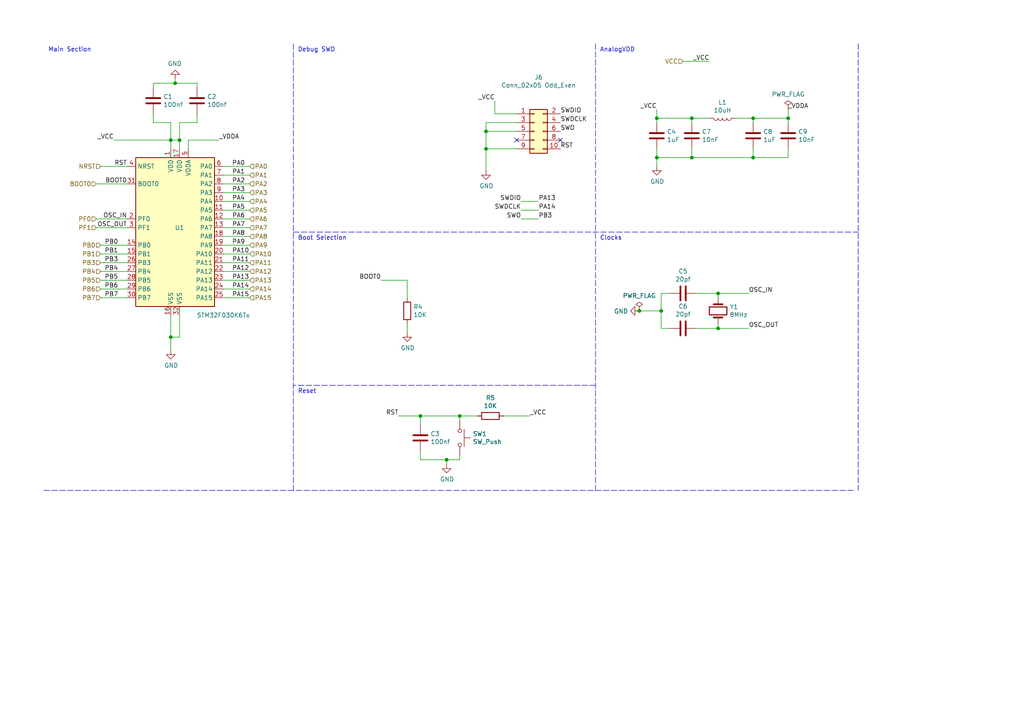
<source format=kicad_sch>
(kicad_sch (version 20211123) (generator eeschema)
  (paper "A4")
  (title_block (title "DCC Decoder Turnout") (date "2022-07-04") (rev "0.4.1"))
  (lib_symbols
    (symbol "Connector_Generic:Conn_02x05_Odd_Even" (pin_names (offset 1.016) hide)
      (property "Reference" "J" (at 1.27 7.62 0))
      (property "Value" "Conn_02x05_Odd_Even" (at 1.27 -7.62 0))
      (symbol "Conn_02x05_Odd_Even_1_1"
        (rectangle (start -1.27 -4.953) (end 0 -5.207) (stroke (width 0.1524)))
        (rectangle (start -1.27 -2.413) (end 0 -2.667) (stroke (width 0.1524)))
        (rectangle (start -1.27 0.127) (end 0 -0.127) (stroke (width 0.1524)))
        (rectangle (start -1.27 2.667) (end 0 2.413) (stroke (width 0.1524)))
        (rectangle (start -1.27 5.207) (end 0 4.953) (stroke (width 0.1524)))
        (rectangle (start -1.27 6.35) (end 3.81 -6.35) (stroke (width 0.254)) (fill (type background)))
        (rectangle (start 3.81 -4.953) (end 2.54 -5.207) (stroke (width 0.1524)))
        (rectangle (start 3.81 -2.413) (end 2.54 -2.667) (stroke (width 0.1524)))
        (rectangle (start 3.81 0.127) (end 2.54 -0.127) (stroke (width 0.1524)))
        (rectangle (start 3.81 2.667) (end 2.54 2.413) (stroke (width 0.1524)))
        (rectangle (start 3.81 5.207) (end 2.54 4.953) (stroke (width 0.1524)))
        (pin passive line (at -5.08 5.08 0) (length 3.81) (name "Pin_1") (number "1"))
        (pin passive line (at 7.62 -5.08 180) (length 3.81) (name "Pin_10") (number "10"))
        (pin passive line (at 7.62 5.08 180) (length 3.81) (name "Pin_2") (number "2"))
        (pin passive line (at -5.08 2.54 0) (length 3.81) (name "Pin_3") (number "3"))
        (pin passive line (at 7.62 2.54 180) (length 3.81) (name "Pin_4") (number "4"))
        (pin passive line (at -5.08 0 0) (length 3.81) (name "Pin_5") (number "5"))
        (pin passive line (at 7.62 0 180) (length 3.81) (name "Pin_6") (number "6"))
        (pin passive line (at -5.08 -2.54 0) (length 3.81) (name "Pin_7") (number "7"))
        (pin passive line (at 7.62 -2.54 180) (length 3.81) (name "Pin_8") (number "8"))
        (pin passive line (at -5.08 -5.08 0) (length 3.81) (name "Pin_9") (number "9"))
      )
    )
    (symbol "Device:C" (pin_numbers hide) (pin_names (offset 0.254))
      (property "Reference" "C" (at 0.635 2.54 0))
      (property "Value" "C" (at 0.635 -2.54 0))
      (symbol "C_0_1"
        (polyline (pts (xy -2.032 -0.762) (xy 2.032 -0.762)) (stroke (width 0.508)))
        (polyline (pts (xy -2.032 0.762) (xy 2.032 0.762)) (stroke (width 0.508)))
      )
      (symbol "C_1_1"
        (pin passive line (at 0 3.81 270) (length 2.794) (name "~") (number "1"))
        (pin passive line (at 0 -3.81 90) (length 2.794) (name "~") (number "2"))
      )
    )
    (symbol "Device:Crystal" (pin_numbers hide) (pin_names (offset 1.016) hide)
      (property "Reference" "Y" (at 0 3.81 0))
      (property "Value" "Crystal" (at 0 -3.81 0))
      (symbol "Crystal_0_1"
        (rectangle (start -1.143 2.54) (end 1.143 -2.54) (stroke (width 0.3048)))
        (polyline (pts (xy -2.54 0) (xy -1.905 0)))
        (polyline (pts (xy -1.905 -1.27) (xy -1.905 1.27)) (stroke (width 0.508)))
        (polyline (pts (xy 1.905 -1.27) (xy 1.905 1.27)) (stroke (width 0.508)))
        (polyline (pts (xy 2.54 0) (xy 1.905 0)))
      )
      (symbol "Crystal_1_1"
        (pin passive line (at -3.81 0 0) (length 1.27) (name "1") (number "1"))
        (pin passive line (at 3.81 0 180) (length 1.27) (name "2") (number "2"))
      )
    )
    (symbol "Device:L" (pin_numbers hide) (pin_names (offset 1.016) hide)
      (property "Reference" "L" (at -1.27 0 90))
      (property "Value" "L" (at 1.905 0 90))
      (symbol "L_0_1"
        (arc (start 0 -2.54) (mid 0.635 -1.905) (end 0 -1.27))
        (arc (start 0 -1.27) (mid 0.635 -0.635) (end 0 0))
        (arc (start 0 0) (mid 0.635 0.635) (end 0 1.27))
        (arc (start 0 1.27) (mid 0.635 1.905) (end 0 2.54))
      )
      (symbol "L_1_1"
        (pin passive line (at 0 3.81 270) (length 1.27) (name "1") (number "1"))
        (pin passive line (at 0 -3.81 90) (length 1.27) (name "2") (number "2"))
      )
    )
    (symbol "Device:R" (pin_numbers hide) (pin_names (offset 0))
      (property "Reference" "R" (at 2.032 0 90))
      (property "Value" "R" (at 0 0 90))
      (symbol "R_0_1"
        (rectangle (start -1.016 -2.54) (end 1.016 2.54) (stroke (width 0.254)))
      )
      (symbol "R_1_1"
        (pin passive line (at 0 3.81 270) (length 1.27) (name "~") (number "1"))
        (pin passive line (at 0 -3.81 90) (length 1.27) (name "~") (number "2"))
      )
    )
    (symbol "MCU_ST_STM32F0:STM32F030K6Tx"
      (property "Reference" "U" (at -12.7 21.59 0))
      (property "Value" "STM32F030K6Tx" (at 5.08 21.59 0))
      (symbol "STM32F030K6Tx_0_1"
        (rectangle (start -12.7 -22.86) (end 10.16 20.32) (stroke (width 0.254)) (fill (type background)))
      )
      (symbol "STM32F030K6Tx_1_1"
        (pin power_in line (at -2.54 22.86 270) (length 2.54) (name "VDD") (number "1"))
        (pin bidirectional line (at 12.7 7.62 180) (length 2.54) (name "PA4") (number "10"))
        (pin bidirectional line (at 12.7 5.08 180) (length 2.54) (name "PA5") (number "11"))
        (pin bidirectional line (at 12.7 2.54 180) (length 2.54) (name "PA6") (number "12"))
        (pin bidirectional line (at 12.7 0 180) (length 2.54) (name "PA7") (number "13"))
        (pin bidirectional line (at -15.24 -5.08 0) (length 2.54) (name "PB0") (number "14"))
        (pin bidirectional line (at -15.24 -7.62 0) (length 2.54) (name "PB1") (number "15"))
        (pin power_in line (at -2.54 -25.4 90) (length 2.54) (name "VSS") (number "16"))
        (pin power_in line (at 0 22.86 270) (length 2.54) (name "VDD") (number "17"))
        (pin bidirectional line (at 12.7 -2.54 180) (length 2.54) (name "PA8") (number "18"))
        (pin bidirectional line (at 12.7 -5.08 180) (length 2.54) (name "PA9") (number "19"))
        (pin input line (at -15.24 2.54 0) (length 2.54) (name "PF0") (number "2"))
        (pin bidirectional line (at 12.7 -7.62 180) (length 2.54) (name "PA10") (number "20"))
        (pin bidirectional line (at 12.7 -10.16 180) (length 2.54) (name "PA11") (number "21"))
        (pin bidirectional line (at 12.7 -12.7 180) (length 2.54) (name "PA12") (number "22"))
        (pin bidirectional line (at 12.7 -15.24 180) (length 2.54) (name "PA13") (number "23"))
        (pin bidirectional line (at 12.7 -17.78 180) (length 2.54) (name "PA14") (number "24"))
        (pin bidirectional line (at 12.7 -20.32 180) (length 2.54) (name "PA15") (number "25"))
        (pin bidirectional line (at -15.24 -10.16 0) (length 2.54) (name "PB3") (number "26"))
        (pin bidirectional line (at -15.24 -12.7 0) (length 2.54) (name "PB4") (number "27"))
        (pin bidirectional line (at -15.24 -15.24 0) (length 2.54) (name "PB5") (number "28"))
        (pin bidirectional line (at -15.24 -17.78 0) (length 2.54) (name "PB6") (number "29"))
        (pin input line (at -15.24 0 0) (length 2.54) (name "PF1") (number "3"))
        (pin bidirectional line (at -15.24 -20.32 0) (length 2.54) (name "PB7") (number "30"))
        (pin input line (at -15.24 12.7 0) (length 2.54) (name "BOOT0") (number "31"))
        (pin power_in line (at 0 -25.4 90) (length 2.54) (name "VSS") (number "32"))
        (pin input line (at -15.24 17.78 0) (length 2.54) (name "NRST") (number "4"))
        (pin power_in line (at 2.54 22.86 270) (length 2.54) (name "VDDA") (number "5"))
        (pin bidirectional line (at 12.7 17.78 180) (length 2.54) (name "PA0") (number "6"))
        (pin bidirectional line (at 12.7 15.24 180) (length 2.54) (name "PA1") (number "7"))
        (pin bidirectional line (at 12.7 12.7 180) (length 2.54) (name "PA2") (number "8"))
        (pin bidirectional line (at 12.7 10.16 180) (length 2.54) (name "PA3") (number "9"))
      )
    )
    (symbol "Switch:SW_Push" (pin_numbers hide) (pin_names (offset 1.016) hide)
      (property "Reference" "SW" (at 1.27 2.54 0))
      (property "Value" "SW_Push" (at 0 -1.524 0))
      (symbol "SW_Push_0_1"
        (circle (center -2.032 0) (radius 0.508))
        (polyline (pts (xy 0 1.27) (xy 0 3.048)))
        (polyline (pts (xy 2.54 1.27) (xy -2.54 1.27)))
        (circle (center 2.032 0) (radius 0.508))
        (pin passive line (at -5.08 0 0) (length 2.54) (name "1") (number "1"))
        (pin passive line (at 5.08 0 180) (length 2.54) (name "2") (number "2"))
      )
    )
    (symbol "power:GND" (power) (pin_names (offset 0))
      (property "Value" "GND" (at 0 -3.81 0))
      (symbol "GND_0_1"
        (polyline (pts (xy 0 0) (xy 0 -1.27) (xy 1.27 -1.27) (xy 0 -2.54) (xy -1.27 -1.27) (xy 0 -1.27)))
      )
      (symbol "GND_1_1"
        (pin power_in line (at 0 0 270) (length 0) hide (name "GND") (number "1"))
      )
    )
    (symbol "power:PWR_FLAG" (power) (pin_numbers hide) (pin_names (offset 0) hide)
      (property "Value" "PWR_FLAG" (at 0 3.81 0))
      (symbol "PWR_FLAG_0_0"
        (pin power_out line (at 0 0 90) (length 0) (name "pwr") (number "1"))
      )
      (symbol "PWR_FLAG_0_1"
        (polyline (pts (xy 0 0) (xy 0 1.27) (xy -1.016 1.905) (xy 0 2.54) (xy 1.016 1.905) (xy 0 1.27)))
      )
    )
  )
  (junction (at 208.28 85.09))
  (junction (at 190.5 45.72))
  (junction (at 49.53 40.64))
  (junction (at 185.42 90.17))
  (junction (at 140.97 43.18))
  (junction (at 200.66 45.72))
  (junction (at 129.54 133.35))
  (junction (at 49.53 97.79))
  (junction (at 121.92 120.65))
  (junction (at 190.5 34.29))
  (junction (at 133.35 120.65))
  (junction (at 50.8 24.13))
  (junction (at 52.07 40.64))
  (junction (at 191.77 90.17))
  (junction (at 140.97 38.1))
  (junction (at 218.44 45.72))
  (junction (at 228.6 34.29))
  (junction (at 218.44 34.29))
  (junction (at 200.66 34.29))
  (junction (at 208.28 95.25))
  (no_connect (at 149.86 40.64))
  (no_connect (at 162.56 40.64))
  (wire (pts (xy 140.97 43.18) (xy 140.97 49.53)))
  (wire (pts (xy 228.6 45.72) (xy 228.6 43.18)))
  (wire (pts (xy 208.28 85.09) (xy 208.28 86.36)))
  (wire (pts (xy 64.77 63.5) (xy 72.39 63.5)))
  (polyline (pts (xy 172.72 111.76) (xy 85.09 111.76)))
  (wire (pts (xy 208.28 95.25) (xy 217.17 95.25)))
  (wire (pts (xy 185.42 90.17) (xy 191.77 90.17)))
  (wire (pts (xy 190.5 31.75) (xy 190.5 34.29)))
  (wire (pts (xy 190.5 45.72) (xy 200.66 45.72)))
  (wire (pts (xy 205.74 17.78) (xy 198.12 17.78)))
  (wire (pts (xy 29.21 48.26) (xy 36.83 48.26)))
  (wire (pts (xy 64.77 48.26) (xy 72.39 48.26)))
  (wire (pts (xy 57.15 33.02) (xy 57.15 35.56)))
  (wire (pts (xy 118.11 96.52) (xy 118.11 93.98)))
  (wire (pts (xy 36.83 81.28) (xy 29.21 81.28)))
  (wire (pts (xy 115.57 120.65) (xy 121.92 120.65)))
  (wire (pts (xy 143.51 29.21) (xy 143.51 33.02)))
  (wire (pts (xy 190.5 43.18) (xy 190.5 45.72)))
  (wire (pts (xy 151.13 63.5) (xy 156.21 63.5)))
  (wire (pts (xy 200.66 45.72) (xy 218.44 45.72)))
  (wire (pts (xy 63.5 40.64) (xy 54.61 40.64)))
  (wire (pts (xy 121.92 120.65) (xy 133.35 120.65)))
  (wire (pts (xy 133.35 133.35) (xy 129.54 133.35)))
  (wire (pts (xy 33.02 40.64) (xy 49.53 40.64)))
  (wire (pts (xy 200.66 35.56) (xy 200.66 34.29)))
  (polyline (pts (xy 12.7 142.24) (xy 247.65 142.24)))
  (wire (pts (xy 140.97 35.56) (xy 140.97 38.1)))
  (wire (pts (xy 149.86 43.18) (xy 140.97 43.18)))
  (wire (pts (xy 110.49 81.28) (xy 118.11 81.28)))
  (wire (pts (xy 191.77 85.09) (xy 191.77 90.17)))
  (wire (pts (xy 153.67 120.65) (xy 146.05 120.65)))
  (wire (pts (xy 218.44 45.72) (xy 228.6 45.72)))
  (wire (pts (xy 213.36 34.29) (xy 218.44 34.29)))
  (wire (pts (xy 190.5 35.56) (xy 190.5 34.29)))
  (polyline (pts (xy 248.92 12.7) (xy 248.92 142.24)))
  (wire (pts (xy 156.21 60.96) (xy 151.13 60.96)))
  (wire (pts (xy 44.45 25.4) (xy 44.45 24.13)))
  (wire (pts (xy 27.94 63.5) (xy 36.83 63.5)))
  (wire (pts (xy 64.77 73.66) (xy 72.39 73.66)))
  (wire (pts (xy 191.77 90.17) (xy 191.77 95.25)))
  (wire (pts (xy 149.86 38.1) (xy 140.97 38.1)))
  (wire (pts (xy 64.77 58.42) (xy 72.39 58.42)))
  (wire (pts (xy 140.97 35.56) (xy 149.86 35.56)))
  (wire (pts (xy 208.28 95.25) (xy 201.93 95.25)))
  (wire (pts (xy 52.07 97.79) (xy 49.53 97.79)))
  (wire (pts (xy 29.21 83.82) (xy 36.83 83.82)))
  (wire (pts (xy 44.45 35.56) (xy 44.45 33.02)))
  (wire (pts (xy 57.15 25.4) (xy 57.15 24.13)))
  (wire (pts (xy 140.97 38.1) (xy 140.97 43.18)))
  (wire (pts (xy 52.07 91.44) (xy 52.07 97.79)))
  (wire (pts (xy 64.77 60.96) (xy 72.39 60.96)))
  (wire (pts (xy 218.44 34.29) (xy 228.6 34.29)))
  (wire (pts (xy 200.66 43.18) (xy 200.66 45.72)))
  (wire (pts (xy 50.8 24.13) (xy 50.8 22.86)))
  (wire (pts (xy 54.61 40.64) (xy 54.61 43.18)))
  (wire (pts (xy 49.53 91.44) (xy 49.53 97.79)))
  (wire (pts (xy 133.35 132.08) (xy 133.35 133.35)))
  (wire (pts (xy 49.53 35.56) (xy 49.53 40.64)))
  (wire (pts (xy 64.77 86.36) (xy 72.39 86.36)))
  (wire (pts (xy 121.92 123.19) (xy 121.92 120.65)))
  (wire (pts (xy 228.6 31.75) (xy 228.6 34.29)))
  (wire (pts (xy 29.21 78.74) (xy 36.83 78.74)))
  (wire (pts (xy 57.15 24.13) (xy 50.8 24.13)))
  (wire (pts (xy 49.53 97.79) (xy 49.53 101.6)))
  (wire (pts (xy 64.77 83.82) (xy 72.39 83.82)))
  (wire (pts (xy 190.5 34.29) (xy 200.66 34.29)))
  (wire (pts (xy 64.77 71.12) (xy 72.39 71.12)))
  (wire (pts (xy 200.66 34.29) (xy 205.74 34.29)))
  (wire (pts (xy 133.35 120.65) (xy 133.35 121.92)))
  (wire (pts (xy 49.53 43.18) (xy 49.53 40.64)))
  (wire (pts (xy 36.83 76.2) (xy 29.21 76.2)))
  (wire (pts (xy 190.5 48.26) (xy 190.5 45.72)))
  (polyline (pts (xy 172.72 12.7) (xy 172.72 142.24)))
  (wire (pts (xy 64.77 68.58) (xy 72.39 68.58)))
  (wire (pts (xy 64.77 76.2) (xy 72.39 76.2)))
  (wire (pts (xy 228.6 34.29) (xy 228.6 35.56)))
  (wire (pts (xy 49.53 35.56) (xy 44.45 35.56)))
  (wire (pts (xy 121.92 130.81) (xy 121.92 133.35)))
  (wire (pts (xy 129.54 133.35) (xy 129.54 134.62)))
  (wire (pts (xy 208.28 85.09) (xy 217.17 85.09)))
  (polyline (pts (xy 85.09 67.31) (xy 248.92 67.31)))
  (polyline (pts (xy 85.09 12.7) (xy 85.09 142.24)))
  (wire (pts (xy 201.93 85.09) (xy 208.28 85.09)))
  (wire (pts (xy 208.28 93.98) (xy 208.28 95.25)))
  (wire (pts (xy 52.07 40.64) (xy 52.07 43.18)))
  (wire (pts (xy 36.83 86.36) (xy 29.21 86.36)))
  (wire (pts (xy 36.83 73.66) (xy 29.21 73.66)))
  (wire (pts (xy 218.44 35.56) (xy 218.44 34.29)))
  (wire (pts (xy 64.77 50.8) (xy 72.39 50.8)))
  (wire (pts (xy 118.11 81.28) (xy 118.11 86.36)))
  (wire (pts (xy 57.15 35.56) (xy 52.07 35.56)))
  (wire (pts (xy 27.94 53.34) (xy 36.83 53.34)))
  (wire (pts (xy 151.13 58.42) (xy 156.21 58.42)))
  (wire (pts (xy 52.07 35.56) (xy 52.07 40.64)))
  (wire (pts (xy 194.31 85.09) (xy 191.77 85.09)))
  (wire (pts (xy 64.77 78.74) (xy 72.39 78.74)))
  (wire (pts (xy 218.44 43.18) (xy 218.44 45.72)))
  (wire (pts (xy 121.92 133.35) (xy 129.54 133.35)))
  (wire (pts (xy 64.77 66.04) (xy 72.39 66.04)))
  (wire (pts (xy 64.77 55.88) (xy 72.39 55.88)))
  (wire (pts (xy 191.77 95.25) (xy 194.31 95.25)))
  (wire (pts (xy 29.21 71.12) (xy 36.83 71.12)))
  (wire (pts (xy 27.94 66.04) (xy 36.83 66.04)))
  (wire (pts (xy 64.77 81.28) (xy 72.39 81.28)))
  (wire (pts (xy 64.77 53.34) (xy 72.39 53.34)))
  (wire (pts (xy 138.43 120.65) (xy 133.35 120.65)))
  (wire (pts (xy 143.51 33.02) (xy 149.86 33.02)))
  (wire (pts (xy 49.53 40.64) (xy 52.07 40.64)))
  (wire (pts (xy 44.45 24.13) (xy 50.8 24.13)))
  (text "Reset" (at 86.36 114.3 0) (effects (font (size 1.27 1.27)) (justify left bottom)))
  (text "Debug SWD" (at 86.36 15.24 0) (effects (font (size 1.27 1.27)) (justify left bottom)))
  (text "Boot Selection" (at 86.36 69.85 0) (effects (font (size 1.27 1.27)) (justify left bottom)))
  (text "Main Section" (at 13.97 15.24 0) (effects (font (size 1.27 1.27)) (justify left bottom)))
  (text "Clocks" (at 173.99 69.85 0) (effects (font (size 1.27 1.27)) (justify left bottom)))
  (text "AnalogVDD" (at 173.99 15.24 0) (effects (font (size 1.27 1.27)) (justify left bottom)))
  (label "PA15" (at 67.31 86.36 0))
  (label "PA2" (at 67.31 53.34 0))
  (label "SWDCLK" (at 162.56 35.56 0))
  (label "PA13" (at 67.31 81.28 0))
  (label "_VCC" (at 205.74 17.78 180))
  (label "PA12" (at 67.31 78.74 0))
  (label "PA11" (at 67.31 76.2 0))
  (label "SWO" (at 151.13 63.5 180))
  (label "PA8" (at 67.31 68.58 0))
  (label "PB3" (at 156.21 63.5 0))
  (label "SWDIO" (at 151.13 58.42 180))
  (label "OSC_IN" (at 217.17 85.09 0))
  (label "PA9" (at 67.31 71.12 0))
  (label "PA6" (at 67.31 63.5 0))
  (label "PA14" (at 67.31 83.82 0))
  (label "SWDIO" (at 162.56 33.02 0))
  (label "RST" (at 36.83 48.26 180))
  (label "PB6" (at 34.29 83.82 180))
  (label "SWO" (at 162.56 38.1 0))
  (label "OSC_OUT" (at 36.83 66.04 180))
  (label "PA4" (at 67.31 58.42 0))
  (label "PA3" (at 67.31 55.88 0))
  (label "_VCC" (at 153.67 120.65 0))
  (label "_VDDA" (at 63.5 40.64 0))
  (label "PA14" (at 156.21 60.96 0))
  (label "PB0" (at 34.29 71.12 180))
  (label "_VCC" (at 190.5 31.75 180))
  (label "PA5" (at 67.31 60.96 0))
  (label "BOOT0" (at 36.83 53.34 180))
  (label "BOOT0" (at 110.49 81.28 180))
  (label "OSC_OUT" (at 217.17 95.25 0))
  (label "RST" (at 162.56 43.18 0))
  (label "PA0" (at 67.31 48.26 0))
  (label "_VDDA" (at 228.6 31.75 0))
  (label "SWDCLK" (at 151.13 60.96 180))
  (label "PA13" (at 156.21 58.42 0))
  (label "_VCC" (at 33.02 40.64 180))
  (label "OSC_IN" (at 36.83 63.5 180))
  (label "PB3" (at 34.29 76.2 180))
  (label "PA1" (at 67.31 50.8 0))
  (label "_VCC" (at 143.51 29.21 180))
  (label "PB1" (at 34.29 73.66 180))
  (label "RST" (at 115.57 120.65 180))
  (label "PA7" (at 67.31 66.04 0))
  (label "PB7" (at 34.29 86.36 180))
  (label "PB5" (at 34.29 81.28 180))
  (label "PA10" (at 67.31 73.66 0))
  (label "PB4" (at 34.29 78.74 180))
  (hierarchical_label "NRST" (shape input) (at 29.21 48.26 180))
  (hierarchical_label "PB5" (shape input) (at 29.21 81.28 180))
  (hierarchical_label "PA10" (shape input) (at 72.39 73.66 0))
  (hierarchical_label "PF1" (shape input) (at 27.94 66.04 180))
  (hierarchical_label "PA11" (shape input) (at 72.39 76.2 0))
  (hierarchical_label "PA6" (shape input) (at 72.39 63.5 0))
  (hierarchical_label "PA15" (shape input) (at 72.39 86.36 0))
  (hierarchical_label "PA0" (shape input) (at 72.39 48.26 0))
  (hierarchical_label "PB7" (shape input) (at 29.21 86.36 180))
  (hierarchical_label "PA14" (shape input) (at 72.39 83.82 0))
  (hierarchical_label "PA13" (shape input) (at 72.39 81.28 0))
  (hierarchical_label "PB0" (shape input) (at 29.21 71.12 180))
  (hierarchical_label "PA4" (shape input) (at 72.39 58.42 0))
  (hierarchical_label "PA8" (shape input) (at 72.39 68.58 0))
  (hierarchical_label "PF0" (shape input) (at 27.94 63.5 180))
  (hierarchical_label "PA7" (shape input) (at 72.39 66.04 0))
  (hierarchical_label "PB3" (shape input) (at 29.21 76.2 180))
  (hierarchical_label "PA12" (shape input) (at 72.39 78.74 0))
  (hierarchical_label "PB4" (shape input) (at 29.21 78.74 180))
  (hierarchical_label "PB6" (shape input) (at 29.21 83.82 180))
  (hierarchical_label "PA3" (shape input) (at 72.39 55.88 0))
  (hierarchical_label "PA2" (shape input) (at 72.39 53.34 0))
  (hierarchical_label "PA5" (shape input) (at 72.39 60.96 0))
  (hierarchical_label "PB1" (shape input) (at 29.21 73.66 180))
  (hierarchical_label "PA1" (shape input) (at 72.39 50.8 0))
  (hierarchical_label "BOOT0" (shape input) (at 27.94 53.34 180))
  (hierarchical_label "VCC" (shape input) (at 198.12 17.78 180))
  (hierarchical_label "PA9" (shape input) (at 72.39 71.12 0))
  (symbol (lib_id "power:GND") (at 49.53 101.6 0) (unit 1)
    (property "Reference" "#PWR015" (effects hide))
    (property "Value" "GND" (at 49.657 105.9942 0))
  )
  (symbol (lib_id "power:GND") (at 50.8 22.86 180) (unit 1)
    (property "Reference" "#PWR016" (effects hide))
    (property "Value" "GND" (at 50.673 18.4658 0))
  )
  (symbol (lib_id "Device:C") (at 57.15 29.21 0) (unit 1)
    (property "Reference" "C2" (at 60.071 28.0416 0) (effects (justify left)))
    (property "Value" "100nf" (at 60.071 30.353 0) (effects (justify left)))
    (property "Footprint" "Capacitor_SMD:C_0805_2012Metric" (effects hide))
    (property "LCSC" "C49678" (effects hide))
  )
  (symbol (lib_id "Device:C") (at 44.45 29.21 0) (unit 1)
    (property "Reference" "C1" (at 47.371 28.0416 0) (effects (justify left)))
    (property "Value" "100nf" (at 47.371 30.353 0) (effects (justify left)))
    (property "Footprint" "Capacitor_SMD:C_0805_2012Metric" (effects hide))
    (property "LCSC" "C49678" (effects hide))
  )
  (symbol (lib_id "power:PWR_FLAG") (at 185.42 90.17 0) (unit 1)
    (property "Reference" "#FLG01" (effects hide))
    (property "Value" "PWR_FLAG" (at 185.42 85.7758 0))
  )
  (symbol (lib_id "MCU_ST_STM32F0:STM32F030K6Tx") (at 52.07 66.04 0) (unit 1)
    (property "Reference" "U1" (at 52.07 66.04 0))
    (property "Value" "STM32F030K6Tx" (at 64.77 91.44 0))
    (property "Footprint" "Package_QFP:LQFP-32_7x7mm_P0.8mm" (effects hide))
    (property "Datasheet" "http://www.st.com/st-web-ui/static/active/en/resource/technical/document/datasheet/DM00088500.pdf" (effects hide))
    (property "LCSC" "C88446" (effects hide))
  )
  (symbol (lib_id "Device:Crystal") (at 208.28 90.17 270) (unit 1)
    (property "Reference" "Y1" (at 211.6074 89.0016 90) (effects (justify left)))
    (property "Value" "8MHz" (at 211.6074 91.313 90) (effects (justify left)))
    (property "Footprint" "Crystal:Crystal_SMD_5032-2Pin_5.0x3.2mm" (effects hide))
    (property "LCSC" "C115962" (effects hide))
  )
  (symbol (lib_id "Device:C") (at 198.12 95.25 270) (unit 1)
    (property "Reference" "C6" (at 198.12 88.8492 90))
    (property "Value" "20pf" (at 198.12 91.1606 90))
    (property "Footprint" "Capacitor_SMD:C_0805_2012Metric" (effects hide))
    (property "LCSC" "C1798" (effects hide))
  )
  (symbol (lib_id "Device:C") (at 198.12 85.09 270) (unit 1)
    (property "Reference" "C5" (at 198.12 78.6892 90))
    (property "Value" "20pf" (at 198.12 81.0006 90))
    (property "Footprint" "Capacitor_SMD:C_0805_2012Metric" (effects hide))
    (property "LCSC" "C1798" (effects hide))
  )
  (symbol (lib_id "power:GND") (at 185.42 90.17 270) (unit 1)
    (property "Reference" "#PWR021" (effects hide))
    (property "Value" "GND" (at 182.1688 90.297 90) (effects (justify right)))
  )
  (symbol (lib_id "Connector_Generic:Conn_02x05_Odd_Even") (at 154.94 38.1 0) (unit 1)
    (property "Reference" "J6" (at 156.21 22.4282 0))
    (property "Value" "Conn_02x05 Odd_Even" (at 156.21 24.7396 0))
    (property "Footprint" "Connector_PinHeader_1.27mm:PinHeader_2x05_P1.27mm_Vertical" (effects hide))
  )
  (symbol (lib_id "power:GND") (at 140.97 49.53 0) (unit 1)
    (property "Reference" "#PWR020" (effects hide))
    (property "Value" "GND" (at 141.097 53.9242 0))
  )
  (symbol (lib_id "Device:C") (at 121.92 127 0) (unit 1)
    (property "Reference" "C3" (at 124.841 125.8316 0) (effects (justify left)))
    (property "Value" "100nf" (at 124.841 128.143 0) (effects (justify left)))
    (property "Footprint" "Capacitor_SMD:C_0805_2012Metric" (effects hide))
    (property "LCSC" "C49678" (effects hide))
  )
  (symbol (lib_id "power:GND") (at 129.54 134.62 0) (unit 1)
    (property "Reference" "#PWR019" (effects hide))
    (property "Value" "GND" (at 129.667 139.0142 0))
  )
  (symbol (lib_id "Switch:SW_Push") (at 133.35 127 270) (unit 1)
    (property "Reference" "SW1" (at 137.1092 125.8316 90) (effects (justify left)))
    (property "Value" "SW_Push" (at 137.1092 128.143 90) (effects (justify left)))
    (property "Footprint" "Button_Switch_THT:SW_PUSH_6mm" (effects hide))
  )
  (symbol (lib_id "power:GND") (at 118.11 96.52 0) (unit 1)
    (property "Reference" "#PWR018" (effects hide))
    (property "Value" "GND" (at 118.237 100.9142 0))
  )
  (symbol (lib_id "Device:R") (at 118.11 90.17 0) (unit 1)
    (property "Reference" "R4" (at 119.888 89.0016 0) (effects (justify left)))
    (property "Value" "10K" (at 119.888 91.313 0) (effects (justify left)))
    (property "Footprint" "Resistor_SMD:R_0805_2012Metric" (effects hide))
    (property "LCSC" "C17414" (effects hide))
  )
  (symbol (lib_id "Device:R") (at 142.24 120.65 270) (unit 1)
    (property "Reference" "R5" (at 142.24 115.3922 90))
    (property "Value" "10K" (at 142.24 117.7036 90))
    (property "Footprint" "Resistor_SMD:R_0805_2012Metric" (effects hide))
    (property "LCSC" "C17414" (effects hide))
  )
  (symbol (lib_id "Device:C") (at 190.5 39.37 0) (unit 1)
    (property "Reference" "C4" (at 193.421 38.2016 0) (effects (justify left)))
    (property "Value" "1uF" (at 193.421 40.513 0) (effects (justify left)))
    (property "Footprint" "Capacitor_SMD:C_0805_2012Metric" (effects hide))
    (property "LCSC" "C28323" (effects hide))
  )
  (symbol (lib_id "power:GND") (at 190.5 48.26 0) (unit 1)
    (property "Reference" "#PWR022" (effects hide))
    (property "Value" "GND" (at 190.627 52.6542 0))
  )
  (symbol (lib_id "Device:C") (at 200.66 39.37 0) (unit 1)
    (property "Reference" "C7" (at 203.581 38.2016 0) (effects (justify left)))
    (property "Value" "10nF" (at 203.581 40.513 0) (effects (justify left)))
    (property "Footprint" "Capacitor_SMD:C_0805_2012Metric" (effects hide))
    (property "LCSC" "C1710" (effects hide))
  )
  (symbol (lib_id "Device:C") (at 218.44 39.37 0) (unit 1)
    (property "Reference" "C8" (at 221.361 38.2016 0) (effects (justify left)))
    (property "Value" "1uF" (at 221.361 40.513 0) (effects (justify left)))
    (property "Footprint" "Capacitor_SMD:C_0805_2012Metric" (effects hide))
    (property "LCSC" "C28323" (effects hide))
  )
  (symbol (lib_id "Device:C") (at 228.6 39.37 0) (unit 1)
    (property "Reference" "C9" (at 231.521 38.2016 0) (effects (justify left)))
    (property "Value" "10nF" (at 231.521 40.513 0) (effects (justify left)))
    (property "Footprint" "Capacitor_SMD:C_0805_2012Metric" (effects hide))
    (property "LCSC" "C1710" (effects hide))
  )
  (symbol (lib_id "Device:L") (at 209.55 34.29 270) (unit 1)
    (property "Reference" "L1" (at 209.55 29.6926 90))
    (property "Value" "10uH" (at 209.55 32.004 90))
    (property "Footprint" "Inductor_SMD:L_0805_2012Metric" (effects hide))
    (property "LCSC" "C1046" (effects hide))
  )
  (symbol (lib_id "power:PWR_FLAG") (at 228.6 31.75 0) (unit 1)
    (property "Reference" "#FLG02" (effects hide))
    (property "Value" "PWR_FLAG" (at 228.6 27.3558 0))
  )
)
</source>
